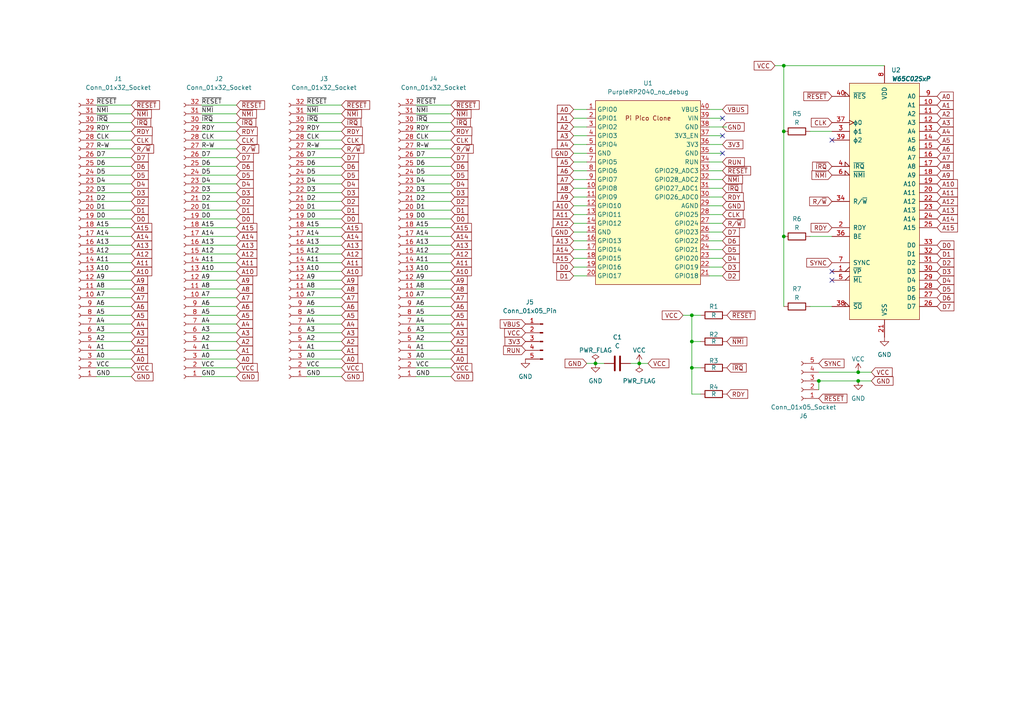
<source format=kicad_sch>
(kicad_sch (version 20230121) (generator eeschema)
  (paper "A4")
  (lib_symbols
    (symbol "65xx:W65C02SxP" (pin_names (offset 1.016))
      (property "Reference" "U" (at -10.16 35.56 0))
      (property "Value" "W65C02SxP" (at 0 0 90))
      (symbol "W65C02SxP_1_1"
        (pin output output_low (at -15.24 -20.32 0) (length 5.08) (name "~{VP}") (number "1"))
        (pin tri_state line (at 15.24 27.94 180) (length 5.08) (name "A1") (number "10"))
        (pin tri_state line (at 15.24 25.4 180) (length 5.08) (name "A2") (number "11"))
        (pin tri_state line (at 15.24 22.86 180) (length 5.08) (name "A3") (number "12"))
        (pin tri_state line (at 15.24 20.32 180) (length 5.08) (name "A4") (number "13"))
        (pin tri_state line (at 15.24 17.78 180) (length 5.08) (name "A5") (number "14"))
        (pin tri_state line (at 15.24 15.24 180) (length 5.08) (name "A6") (number "15"))
        (pin tri_state line (at 15.24 12.7 180) (length 5.08) (name "A7") (number "16"))
        (pin tri_state line (at 15.24 10.16 180) (length 5.08) (name "A8") (number "17"))
        (pin tri_state line (at 15.24 7.62 180) (length 5.08) (name "A9") (number "18"))
        (pin tri_state line (at 15.24 5.08 180) (length 5.08) (name "A10") (number "19"))
        (pin open_collector line (at -15.24 -7.62 0) (length 5.08) (name "RDY") (number "2"))
        (pin tri_state line (at 15.24 2.54 180) (length 5.08) (name "A11") (number "20"))
        (pin power_in line (at 0 -39.37 90) (length 5.08) (name "VSS") (number "21"))
        (pin tri_state line (at 15.24 0 180) (length 5.08) (name "A12") (number "22"))
        (pin tri_state line (at 15.24 -2.54 180) (length 5.08) (name "A13") (number "23"))
        (pin tri_state line (at 15.24 -5.08 180) (length 5.08) (name "A14") (number "24"))
        (pin tri_state line (at 15.24 -7.62 180) (length 5.08) (name "A15") (number "25"))
        (pin bidirectional line (at 15.24 -30.48 180) (length 5.08) (name "D7") (number "26"))
        (pin bidirectional line (at 15.24 -27.94 180) (length 5.08) (name "D6") (number "27"))
        (pin bidirectional line (at 15.24 -25.4 180) (length 5.08) (name "D5") (number "28"))
        (pin bidirectional line (at 15.24 -22.86 180) (length 5.08) (name "D4") (number "29"))
        (pin output line (at -15.24 20.32 0) (length 5.08) (name "ϕ1") (number "3"))
        (pin bidirectional line (at 15.24 -20.32 180) (length 5.08) (name "D3") (number "30"))
        (pin bidirectional line (at 15.24 -17.78 180) (length 5.08) (name "D2") (number "31"))
        (pin bidirectional line (at 15.24 -15.24 180) (length 5.08) (name "D1") (number "32"))
        (pin bidirectional line (at 15.24 -12.7 180) (length 5.08) (name "D0") (number "33"))
        (pin tri_state line (at -15.24 0 0) (length 5.08) (name "R/~{W}") (number "34"))
        (pin no_connect non_logic (at -10.16 -27.94 0) (length 2.54) hide (name "nc") (number "35"))
        (pin input line (at -15.24 -10.16 0) (length 5.08) (name "BE") (number "36"))
        (pin input clock (at -15.24 22.86 0) (length 5.08) (name "ϕ0") (number "37"))
        (pin input input_low (at -15.24 -30.48 0) (length 5.08) (name "~{SO}") (number "38"))
        (pin output line (at -15.24 17.78 0) (length 5.08) (name "ϕ2") (number "39"))
        (pin input input_low (at -15.24 10.16 0) (length 5.08) (name "~{IRQ}") (number "4"))
        (pin input input_low (at -15.24 30.48 0) (length 5.08) (name "~{RES}") (number "40"))
        (pin output output_low (at -15.24 -22.86 0) (length 5.08) (name "~{ML}") (number "5"))
        (pin input input_low (at -15.24 7.62 0) (length 5.08) (name "~{NMI}") (number "6"))
        (pin output line (at -15.24 -17.78 0) (length 5.08) (name "SYNC") (number "7"))
        (pin power_in line (at 0 39.37 270) (length 5.08) (name "VDD") (number "8"))
        (pin tri_state line (at 15.24 30.48 180) (length 5.08) (name "A0") (number "9"))
      )
    )
    (symbol "Connector:Conn_01x05_Pin" (pin_names (offset 1.016) hide)
      (property "Reference" "J" (at 0 7.62 0))
      (property "Value" "Conn_01x05_Pin" (at 0 -7.62 0))
      (symbol "Conn_01x05_Pin_1_1"
        (pin passive line (at 5.08 5.08 180) (length 3.81) (name "Pin_1") (number "1"))
        (pin passive line (at 5.08 2.54 180) (length 3.81) (name "Pin_2") (number "2"))
        (pin passive line (at 5.08 0 180) (length 3.81) (name "Pin_3") (number "3"))
        (pin passive line (at 5.08 -2.54 180) (length 3.81) (name "Pin_4") (number "4"))
        (pin passive line (at 5.08 -5.08 180) (length 3.81) (name "Pin_5") (number "5"))
      )
    )
    (symbol "Connector:Conn_01x05_Socket" (pin_names (offset 1.016) hide)
      (property "Reference" "J" (at 0 7.62 0))
      (property "Value" "Conn_01x05_Socket" (at 0 -7.62 0))
      (symbol "Conn_01x05_Socket_1_1"
        (pin passive line (at -5.08 5.08 0) (length 3.81) (name "Pin_1") (number "1"))
        (pin passive line (at -5.08 2.54 0) (length 3.81) (name "Pin_2") (number "2"))
        (pin passive line (at -5.08 0 0) (length 3.81) (name "Pin_3") (number "3"))
        (pin passive line (at -5.08 -2.54 0) (length 3.81) (name "Pin_4") (number "4"))
        (pin passive line (at -5.08 -5.08 0) (length 3.81) (name "Pin_5") (number "5"))
      )
    )
    (symbol "Connector:Conn_01x32_Socket" (pin_names (offset 1.016) hide)
      (property "Reference" "J" (at 0 40.64 0))
      (property "Value" "Conn_01x32_Socket" (at 0 -43.18 0))
      (symbol "Conn_01x32_Socket_1_1"
        (pin passive line (at -5.08 38.1 0) (length 3.81) (name "Pin_1") (number "1"))
        (pin passive line (at -5.08 15.24 0) (length 3.81) (name "Pin_10") (number "10"))
        (pin passive line (at -5.08 12.7 0) (length 3.81) (name "Pin_11") (number "11"))
        (pin passive line (at -5.08 10.16 0) (length 3.81) (name "Pin_12") (number "12"))
        (pin passive line (at -5.08 7.62 0) (length 3.81) (name "Pin_13") (number "13"))
        (pin passive line (at -5.08 5.08 0) (length 3.81) (name "Pin_14") (number "14"))
        (pin passive line (at -5.08 2.54 0) (length 3.81) (name "Pin_15") (number "15"))
        (pin passive line (at -5.08 0 0) (length 3.81) (name "Pin_16") (number "16"))
        (pin passive line (at -5.08 -2.54 0) (length 3.81) (name "Pin_17") (number "17"))
        (pin passive line (at -5.08 -5.08 0) (length 3.81) (name "Pin_18") (number "18"))
        (pin passive line (at -5.08 -7.62 0) (length 3.81) (name "Pin_19") (number "19"))
        (pin passive line (at -5.08 35.56 0) (length 3.81) (name "Pin_2") (number "2"))
        (pin passive line (at -5.08 -10.16 0) (length 3.81) (name "Pin_20") (number "20"))
        (pin passive line (at -5.08 -12.7 0) (length 3.81) (name "Pin_21") (number "21"))
        (pin passive line (at -5.08 -15.24 0) (length 3.81) (name "Pin_22") (number "22"))
        (pin passive line (at -5.08 -17.78 0) (length 3.81) (name "Pin_23") (number "23"))
        (pin passive line (at -5.08 -20.32 0) (length 3.81) (name "Pin_24") (number "24"))
        (pin passive line (at -5.08 -22.86 0) (length 3.81) (name "Pin_25") (number "25"))
        (pin passive line (at -5.08 -25.4 0) (length 3.81) (name "Pin_26") (number "26"))
        (pin passive line (at -5.08 -27.94 0) (length 3.81) (name "Pin_27") (number "27"))
        (pin passive line (at -5.08 -30.48 0) (length 3.81) (name "Pin_28") (number "28"))
        (pin passive line (at -5.08 -33.02 0) (length 3.81) (name "Pin_29") (number "29"))
        (pin passive line (at -5.08 33.02 0) (length 3.81) (name "Pin_3") (number "3"))
        (pin passive line (at -5.08 -35.56 0) (length 3.81) (name "Pin_30") (number "30"))
        (pin passive line (at -5.08 -38.1 0) (length 3.81) (name "Pin_31") (number "31"))
        (pin passive line (at -5.08 -40.64 0) (length 3.81) (name "Pin_32") (number "32"))
        (pin passive line (at -5.08 30.48 0) (length 3.81) (name "Pin_4") (number "4"))
        (pin passive line (at -5.08 27.94 0) (length 3.81) (name "Pin_5") (number "5"))
        (pin passive line (at -5.08 25.4 0) (length 3.81) (name "Pin_6") (number "6"))
        (pin passive line (at -5.08 22.86 0) (length 3.81) (name "Pin_7") (number "7"))
        (pin passive line (at -5.08 20.32 0) (length 3.81) (name "Pin_8") (number "8"))
        (pin passive line (at -5.08 17.78 0) (length 3.81) (name "Pin_9") (number "9"))
      )
    )
    (symbol "Device:C" (pin_numbers hide) (pin_names (offset 0.254))
      (property "Reference" "C" (at 0.635 2.54 0))
      (property "Value" "C" (at 0.635 -2.54 0))
      (symbol "C_1_1"
        (pin passive line (at 0 3.81 270) (length 2.794) (name "~") (number "1"))
        (pin passive line (at 0 -3.81 90) (length 2.794) (name "~") (number "2"))
      )
    )
    (symbol "Device:R" (pin_numbers hide) (pin_names (offset 0))
      (property "Reference" "R" (at 2.032 0 90))
      (property "Value" "R" (at 0 0 90))
      (symbol "R_1_1"
        (pin passive line (at 0 3.81 270) (length 1.27) (name "~") (number "1"))
        (pin passive line (at 0 -3.81 90) (length 1.27) (name "~") (number "2"))
      )
    )
    (symbol "MCU_RaspberryPi_and_Boards:PurpleRP2040_no_debug"
      (property "Reference" "U" (at -13.97 27.94 0))
      (property "Value" "PurpleRP2040_no_debug" (at 0 19.05 0))
      (symbol "PurpleRP2040_no_debug_1_0"
        (text "Pi Pico Clone" (at 0 21.59 0) (effects (font (size 1.27 1.27))))
      )
      (symbol "PurpleRP2040_no_debug_1_1"
        (pin bidirectional line (at -17.78 24.13 0) (length 2.54) (name "GPIO0") (number "1"))
        (pin bidirectional line (at -17.78 1.27 0) (length 2.54) (name "GPIO8") (number "10"))
        (pin bidirectional line (at -17.78 -1.27 0) (length 2.54) (name "GPIO9") (number "11"))
        (pin bidirectional line (at -17.78 -3.81 0) (length 2.54) (name "GPIO10") (number "12"))
        (pin bidirectional line (at -17.78 -6.35 0) (length 2.54) (name "GPIO11") (number "13"))
        (pin bidirectional line (at -17.78 -8.89 0) (length 2.54) (name "GPIO12") (number "14"))
        (pin power_in line (at -17.78 -11.43 0) (length 2.54) (name "GND") (number "15"))
        (pin bidirectional line (at -17.78 -13.97 0) (length 2.54) (name "GPIO13") (number "16"))
        (pin bidirectional line (at -17.78 -16.51 0) (length 2.54) (name "GPIO14") (number "17"))
        (pin bidirectional line (at -17.78 -19.05 0) (length 2.54) (name "GPIO15") (number "18"))
        (pin bidirectional line (at -17.78 -21.59 0) (length 2.54) (name "GPIO16") (number "19"))
        (pin bidirectional line (at -17.78 21.59 0) (length 2.54) (name "GPIO1") (number "2"))
        (pin bidirectional line (at -17.78 -24.13 0) (length 2.54) (name "GPIO17") (number "20"))
        (pin bidirectional line (at 17.78 -24.13 180) (length 2.54) (name "GPIO18") (number "21"))
        (pin bidirectional line (at 17.78 -21.59 180) (length 2.54) (name "GPIO19") (number "22"))
        (pin bidirectional line (at 17.78 -19.05 180) (length 2.54) (name "GPIO20") (number "23"))
        (pin bidirectional line (at 17.78 -16.51 180) (length 2.54) (name "GPIO21") (number "24"))
        (pin bidirectional line (at 17.78 -13.97 180) (length 2.54) (name "GPIO22") (number "25"))
        (pin bidirectional line (at 17.78 -11.43 180) (length 2.54) (name "GPIO23") (number "26"))
        (pin bidirectional line (at 17.78 -8.89 180) (length 2.54) (name "GPIO24") (number "27"))
        (pin bidirectional line (at 17.78 -6.35 180) (length 2.54) (name "GPIO25") (number "28"))
        (pin power_in line (at 17.78 -3.81 180) (length 2.54) (name "AGND") (number "29"))
        (pin bidirectional line (at -17.78 19.05 0) (length 2.54) (name "GPIO2") (number "3"))
        (pin bidirectional line (at 17.78 -1.27 180) (length 2.54) (name "GPIO26_ADC0") (number "30"))
        (pin bidirectional line (at 17.78 1.27 180) (length 2.54) (name "GPIO27_ADC1") (number "31"))
        (pin bidirectional line (at 17.78 3.81 180) (length 2.54) (name "GPIO28_ADC2") (number "32"))
        (pin bidirectional line (at 17.78 6.35 180) (length 2.54) (name "GPIO29_ADC3") (number "33"))
        (pin input line (at 17.78 8.89 180) (length 2.54) (name "RUN") (number "34"))
        (pin power_in line (at 17.78 11.43 180) (length 2.54) (name "GND") (number "35"))
        (pin power_in line (at 17.78 13.97 180) (length 2.54) (name "3V3") (number "36"))
        (pin input line (at 17.78 16.51 180) (length 2.54) (name "3V3_EN") (number "37"))
        (pin power_in line (at 17.78 19.05 180) (length 2.54) (name "GND") (number "38"))
        (pin power_in line (at 17.78 21.59 180) (length 2.54) (name "VIN") (number "39"))
        (pin bidirectional line (at -17.78 16.51 0) (length 2.54) (name "GPIO3") (number "4"))
        (pin power_in line (at 17.78 24.13 180) (length 2.54) (name "VBUS") (number "40"))
        (pin bidirectional line (at -17.78 13.97 0) (length 2.54) (name "GPIO4") (number "5"))
        (pin power_in line (at -17.78 11.43 0) (length 2.54) (name "GND") (number "6"))
        (pin bidirectional line (at -17.78 8.89 0) (length 2.54) (name "GPIO5") (number "7"))
        (pin bidirectional line (at -17.78 6.35 0) (length 2.54) (name "GPIO6") (number "8"))
        (pin bidirectional line (at -17.78 3.81 0) (length 2.54) (name "GPIO7") (number "9"))
      )
    )
    (symbol "power:GND" (power) (pin_names (offset 0))
      (property "Value" "GND" (at 0 -3.81 0))
      (symbol "GND_1_1"
        (pin power_in line (at 0 0 270) (length 0) hide (name "GND") (number "1"))
      )
    )
    (symbol "power:PWR_FLAG" (power) (pin_numbers hide) (pin_names (offset 0) hide)
      (property "Value" "PWR_FLAG" (at 0 3.81 0))
      (symbol "PWR_FLAG_0_0"
        (pin power_out line (at 0 0 90) (length 0) (name "pwr") (number "1"))
      )
    )
    (symbol "power:VCC" (power) (pin_names (offset 0))
      (property "Value" "VCC" (at 0 3.81 0))
      (symbol "VCC_1_1"
        (pin power_in line (at 0 0 90) (length 0) hide (name "VCC") (number "1"))
      )
    )
  )
  (junction (at 248.92 110.49))
  (junction (at 172.72 105.41))
  (junction (at 185.42 105.41))
  (junction (at 227.33 68.58))
  (junction (at 200.66 99.06))
  (junction (at 200.66 106.68))
  (junction (at 248.92 107.95))
  (junction (at 200.66 91.44))
  (junction (at 237.49 110.49))
  (junction (at 227.33 19.05))
  (junction (at 227.33 38.1))
  (no_connect (at 241.3 78.74))
  (no_connect (at 241.3 81.28))
  (no_connect (at 209.55 44.45))
  (no_connect (at 241.3 40.64))
  (no_connect (at 209.55 34.29))
  (no_connect (at 209.55 39.37))
  (wire (pts (xy 27.94 35.56) (xy 38.1 35.56)))
  (wire (pts (xy 27.94 104.14) (xy 38.1 104.14)))
  (wire (pts (xy 88.9 93.98) (xy 99.06 93.98)))
  (wire (pts (xy 166.37 64.77) (xy 170.18 64.77)))
  (wire (pts (xy 27.94 50.8) (xy 38.1 50.8)))
  (wire (pts (xy 205.74 31.75) (xy 209.55 31.75)))
  (wire (pts (xy 27.94 48.26) (xy 38.1 48.26)))
  (wire (pts (xy 58.42 66.04) (xy 68.58 66.04)))
  (wire (pts (xy 166.37 72.39) (xy 170.18 72.39)))
  (wire (pts (xy 27.94 76.2) (xy 38.1 76.2)))
  (wire (pts (xy 200.66 99.06) (xy 203.2 99.06)))
  (wire (pts (xy 120.65 53.34) (xy 130.81 53.34)))
  (wire (pts (xy 88.9 63.5) (xy 99.06 63.5)))
  (wire (pts (xy 234.95 38.1) (xy 241.3 38.1)))
  (wire (pts (xy 120.65 35.56) (xy 130.81 35.56)))
  (wire (pts (xy 200.66 106.68) (xy 200.66 114.3)))
  (wire (pts (xy 166.37 69.85) (xy 170.18 69.85)))
  (wire (pts (xy 58.42 43.18) (xy 68.58 43.18)))
  (wire (pts (xy 237.49 110.49) (xy 248.92 110.49)))
  (wire (pts (xy 120.65 30.48) (xy 130.81 30.48)))
  (wire (pts (xy 120.65 96.52) (xy 130.81 96.52)))
  (wire (pts (xy 205.74 57.15) (xy 209.55 57.15)))
  (wire (pts (xy 166.37 54.61) (xy 170.18 54.61)))
  (wire (pts (xy 120.65 63.5) (xy 130.81 63.5)))
  (wire (pts (xy 88.9 33.02) (xy 99.06 33.02)))
  (wire (pts (xy 27.94 63.5) (xy 38.1 63.5)))
  (wire (pts (xy 88.9 45.72) (xy 99.06 45.72)))
  (wire (pts (xy 88.9 53.34) (xy 99.06 53.34)))
  (wire (pts (xy 166.37 62.23) (xy 170.18 62.23)))
  (wire (pts (xy 27.94 58.42) (xy 38.1 58.42)))
  (wire (pts (xy 120.65 93.98) (xy 130.81 93.98)))
  (wire (pts (xy 166.37 52.07) (xy 170.18 52.07)))
  (wire (pts (xy 120.65 33.02) (xy 130.81 33.02)))
  (wire (pts (xy 27.94 68.58) (xy 38.1 68.58)))
  (wire (pts (xy 120.65 73.66) (xy 130.81 73.66)))
  (wire (pts (xy 27.94 83.82) (xy 38.1 83.82)))
  (wire (pts (xy 58.42 30.48) (xy 68.58 30.48)))
  (wire (pts (xy 58.42 45.72) (xy 68.58 45.72)))
  (wire (pts (xy 27.94 43.18) (xy 38.1 43.18)))
  (wire (pts (xy 205.74 36.83) (xy 210.82 36.83)))
  (wire (pts (xy 88.9 106.68) (xy 99.06 106.68)))
  (wire (pts (xy 58.42 60.96) (xy 68.58 60.96)))
  (wire (pts (xy 166.37 59.69) (xy 170.18 59.69)))
  (wire (pts (xy 120.65 76.2) (xy 130.81 76.2)))
  (wire (pts (xy 88.9 101.6) (xy 99.06 101.6)))
  (wire (pts (xy 27.94 60.96) (xy 38.1 60.96)))
  (wire (pts (xy 227.33 19.05) (xy 227.33 38.1)))
  (wire (pts (xy 205.74 59.69) (xy 209.55 59.69)))
  (wire (pts (xy 58.42 76.2) (xy 68.58 76.2)))
  (wire (pts (xy 120.65 45.72) (xy 130.81 45.72)))
  (wire (pts (xy 27.94 40.64) (xy 38.1 40.64)))
  (wire (pts (xy 120.65 104.14) (xy 130.81 104.14)))
  (wire (pts (xy 88.9 96.52) (xy 99.06 96.52)))
  (wire (pts (xy 88.9 38.1) (xy 99.06 38.1)))
  (wire (pts (xy 205.74 77.47) (xy 209.55 77.47)))
  (wire (pts (xy 120.65 109.22) (xy 130.81 109.22)))
  (wire (pts (xy 88.9 88.9) (xy 99.06 88.9)))
  (wire (pts (xy 27.94 66.04) (xy 38.1 66.04)))
  (wire (pts (xy 120.65 101.6) (xy 130.81 101.6)))
  (wire (pts (xy 88.9 91.44) (xy 99.06 91.44)))
  (wire (pts (xy 166.37 36.83) (xy 170.18 36.83)))
  (wire (pts (xy 58.42 101.6) (xy 68.58 101.6)))
  (wire (pts (xy 27.94 96.52) (xy 38.1 96.52)))
  (wire (pts (xy 88.9 48.26) (xy 99.06 48.26)))
  (wire (pts (xy 166.37 34.29) (xy 170.18 34.29)))
  (wire (pts (xy 58.42 106.68) (xy 68.58 106.68)))
  (wire (pts (xy 88.9 68.58) (xy 99.06 68.58)))
  (wire (pts (xy 120.65 66.04) (xy 130.81 66.04)))
  (wire (pts (xy 88.9 43.18) (xy 99.06 43.18)))
  (wire (pts (xy 58.42 109.22) (xy 68.58 109.22)))
  (wire (pts (xy 166.37 46.99) (xy 170.18 46.99)))
  (wire (pts (xy 205.74 34.29) (xy 209.55 34.29)))
  (wire (pts (xy 248.92 107.95) (xy 252.73 107.95)))
  (wire (pts (xy 58.42 38.1) (xy 68.58 38.1)))
  (wire (pts (xy 58.42 50.8) (xy 68.58 50.8)))
  (wire (pts (xy 120.65 83.82) (xy 130.81 83.82)))
  (wire (pts (xy 205.74 46.99) (xy 209.55 46.99)))
  (wire (pts (xy 58.42 99.06) (xy 68.58 99.06)))
  (wire (pts (xy 166.37 80.01) (xy 170.18 80.01)))
  (wire (pts (xy 227.33 68.58) (xy 227.33 88.9)))
  (wire (pts (xy 166.37 39.37) (xy 170.18 39.37)))
  (wire (pts (xy 120.65 38.1) (xy 130.81 38.1)))
  (wire (pts (xy 58.42 33.02) (xy 68.58 33.02)))
  (wire (pts (xy 166.37 41.91) (xy 170.18 41.91)))
  (wire (pts (xy 227.33 38.1) (xy 227.33 68.58)))
  (wire (pts (xy 27.94 106.68) (xy 38.1 106.68)))
  (wire (pts (xy 205.74 54.61) (xy 209.55 54.61)))
  (wire (pts (xy 58.42 86.36) (xy 68.58 86.36)))
  (wire (pts (xy 120.65 48.26) (xy 130.81 48.26)))
  (wire (pts (xy 88.9 55.88) (xy 99.06 55.88)))
  (wire (pts (xy 172.72 105.41) (xy 175.26 105.41)))
  (wire (pts (xy 58.42 73.66) (xy 68.58 73.66)))
  (wire (pts (xy 120.65 68.58) (xy 130.81 68.58)))
  (wire (pts (xy 120.65 55.88) (xy 130.81 55.88)))
  (wire (pts (xy 205.74 69.85) (xy 209.55 69.85)))
  (wire (pts (xy 58.42 88.9) (xy 68.58 88.9)))
  (wire (pts (xy 88.9 30.48) (xy 99.06 30.48)))
  (wire (pts (xy 88.9 60.96) (xy 99.06 60.96)))
  (wire (pts (xy 27.94 93.98) (xy 38.1 93.98)))
  (wire (pts (xy 58.42 96.52) (xy 68.58 96.52)))
  (wire (pts (xy 205.74 67.31) (xy 209.55 67.31)))
  (wire (pts (xy 205.74 74.93) (xy 209.55 74.93)))
  (wire (pts (xy 27.94 55.88) (xy 38.1 55.88)))
  (wire (pts (xy 227.33 19.05) (xy 256.54 19.05)))
  (wire (pts (xy 58.42 40.64) (xy 68.58 40.64)))
  (wire (pts (xy 27.94 99.06) (xy 38.1 99.06)))
  (wire (pts (xy 88.9 58.42) (xy 99.06 58.42)))
  (wire (pts (xy 88.9 78.74) (xy 99.06 78.74)))
  (wire (pts (xy 205.74 44.45) (xy 209.55 44.45)))
  (wire (pts (xy 166.37 44.45) (xy 170.18 44.45)))
  (wire (pts (xy 88.9 35.56) (xy 99.06 35.56)))
  (wire (pts (xy 120.65 81.28) (xy 130.81 81.28)))
  (wire (pts (xy 205.74 41.91) (xy 209.55 41.91)))
  (wire (pts (xy 120.65 78.74) (xy 130.81 78.74)))
  (wire (pts (xy 88.9 71.12) (xy 99.06 71.12)))
  (wire (pts (xy 120.65 40.64) (xy 130.81 40.64)))
  (wire (pts (xy 205.74 62.23) (xy 209.55 62.23)))
  (wire (pts (xy 170.18 105.41) (xy 172.72 105.41)))
  (wire (pts (xy 205.74 52.07) (xy 209.55 52.07)))
  (wire (pts (xy 27.94 38.1) (xy 38.1 38.1)))
  (wire (pts (xy 200.66 114.3) (xy 203.2 114.3)))
  (wire (pts (xy 58.42 63.5) (xy 68.58 63.5)))
  (wire (pts (xy 200.66 91.44) (xy 203.2 91.44)))
  (wire (pts (xy 27.94 33.02) (xy 38.1 33.02)))
  (wire (pts (xy 27.94 81.28) (xy 38.1 81.28)))
  (wire (pts (xy 58.42 68.58) (xy 68.58 68.58)))
  (wire (pts (xy 166.37 49.53) (xy 170.18 49.53)))
  (wire (pts (xy 120.65 43.18) (xy 130.81 43.18)))
  (wire (pts (xy 58.42 78.74) (xy 68.58 78.74)))
  (wire (pts (xy 200.66 91.44) (xy 200.66 99.06)))
  (wire (pts (xy 88.9 99.06) (xy 99.06 99.06)))
  (wire (pts (xy 200.66 99.06) (xy 200.66 106.68)))
  (wire (pts (xy 27.94 86.36) (xy 38.1 86.36)))
  (wire (pts (xy 27.94 101.6) (xy 38.1 101.6)))
  (wire (pts (xy 27.94 45.72) (xy 38.1 45.72)))
  (wire (pts (xy 88.9 40.64) (xy 99.06 40.64)))
  (wire (pts (xy 27.94 109.22) (xy 38.1 109.22)))
  (wire (pts (xy 88.9 86.36) (xy 99.06 86.36)))
  (wire (pts (xy 58.42 93.98) (xy 68.58 93.98)))
  (wire (pts (xy 88.9 109.22) (xy 99.06 109.22)))
  (wire (pts (xy 120.65 58.42) (xy 130.81 58.42)))
  (wire (pts (xy 182.88 105.41) (xy 185.42 105.41)))
  (wire (pts (xy 185.42 105.41) (xy 187.96 105.41)))
  (wire (pts (xy 205.74 80.01) (xy 209.55 80.01)))
  (wire (pts (xy 88.9 81.28) (xy 99.06 81.28)))
  (wire (pts (xy 205.74 72.39) (xy 209.55 72.39)))
  (wire (pts (xy 205.74 64.77) (xy 209.55 64.77)))
  (wire (pts (xy 88.9 73.66) (xy 99.06 73.66)))
  (wire (pts (xy 205.74 39.37) (xy 209.55 39.37)))
  (wire (pts (xy 120.65 91.44) (xy 130.81 91.44)))
  (wire (pts (xy 120.65 60.96) (xy 130.81 60.96)))
  (wire (pts (xy 58.42 71.12) (xy 68.58 71.12)))
  (wire (pts (xy 120.65 50.8) (xy 130.81 50.8)))
  (wire (pts (xy 248.92 110.49) (xy 252.73 110.49)))
  (wire (pts (xy 166.37 77.47) (xy 170.18 77.47)))
  (wire (pts (xy 88.9 83.82) (xy 99.06 83.82)))
  (wire (pts (xy 166.37 31.75) (xy 170.18 31.75)))
  (wire (pts (xy 27.94 30.48) (xy 38.1 30.48)))
  (wire (pts (xy 58.42 91.44) (xy 68.58 91.44)))
  (wire (pts (xy 27.94 91.44) (xy 38.1 91.44)))
  (wire (pts (xy 120.65 86.36) (xy 130.81 86.36)))
  (wire (pts (xy 27.94 78.74) (xy 38.1 78.74)))
  (wire (pts (xy 58.42 48.26) (xy 68.58 48.26)))
  (wire (pts (xy 120.65 88.9) (xy 130.81 88.9)))
  (wire (pts (xy 58.42 55.88) (xy 68.58 55.88)))
  (wire (pts (xy 237.49 107.95) (xy 248.92 107.95)))
  (wire (pts (xy 58.42 35.56) (xy 68.58 35.56)))
  (wire (pts (xy 166.37 74.93) (xy 170.18 74.93)))
  (wire (pts (xy 88.9 50.8) (xy 99.06 50.8)))
  (wire (pts (xy 88.9 66.04) (xy 99.06 66.04)))
  (wire (pts (xy 120.65 106.68) (xy 130.81 106.68)))
  (wire (pts (xy 234.95 88.9) (xy 241.3 88.9)))
  (wire (pts (xy 120.65 99.06) (xy 130.81 99.06)))
  (wire (pts (xy 27.94 53.34) (xy 38.1 53.34)))
  (wire (pts (xy 237.49 110.49) (xy 237.49 113.03)))
  (wire (pts (xy 58.42 104.14) (xy 68.58 104.14)))
  (wire (pts (xy 88.9 76.2) (xy 99.06 76.2)))
  (wire (pts (xy 166.37 67.31) (xy 170.18 67.31)))
  (wire (pts (xy 166.37 57.15) (xy 170.18 57.15)))
  (wire (pts (xy 120.65 71.12) (xy 130.81 71.12)))
  (wire (pts (xy 88.9 104.14) (xy 99.06 104.14)))
  (wire (pts (xy 58.42 81.28) (xy 68.58 81.28)))
  (wire (pts (xy 27.94 73.66) (xy 38.1 73.66)))
  (wire (pts (xy 224.79 19.05) (xy 227.33 19.05)))
  (wire (pts (xy 58.42 83.82) (xy 68.58 83.82)))
  (wire (pts (xy 58.42 53.34) (xy 68.58 53.34)))
  (wire (pts (xy 198.12 91.44) (xy 200.66 91.44)))
  (wire (pts (xy 27.94 88.9) (xy 38.1 88.9)))
  (wire (pts (xy 27.94 71.12) (xy 38.1 71.12)))
  (wire (pts (xy 58.42 58.42) (xy 68.58 58.42)))
  (wire (pts (xy 200.66 106.68) (xy 203.2 106.68)))
  (wire (pts (xy 205.74 49.53) (xy 209.55 49.53)))
  (wire (pts (xy 234.95 68.58) (xy 241.3 68.58)))
  (label "~{RESET}" (at 27.94 30.48 0))
  (label "GND" (at 27.94 109.22 0))
  (label "VCC" (at 88.9 106.68 0))
  (label "A3" (at 120.65 96.52 0))
  (label "A13" (at 27.94 71.12 0))
  (label "D4" (at 58.42 53.34 0))
  (label "A12" (at 27.94 73.66 0))
  (label "~{NMI}" (at 120.65 33.02 0))
  (label "D4" (at 27.94 53.34 0))
  (label "D1" (at 120.65 60.96 0))
  (label "D0" (at 27.94 63.5 0))
  (label "RDY" (at 58.42 38.1 0))
  (label "A1" (at 58.42 101.6 0))
  (label "A6" (at 120.65 88.9 0))
  (label "A5" (at 27.94 91.44 0))
  (label "A5" (at 58.42 91.44 0))
  (label "A11" (at 58.42 76.2 0))
  (label "D5" (at 27.94 50.8 0))
  (label "A5" (at 120.65 91.44 0))
  (label "A8" (at 58.42 83.82 0))
  (label "~{RESET}" (at 120.65 30.48 0))
  (label "D2" (at 27.94 58.42 0))
  (label "D0" (at 58.42 63.5 0))
  (label "A0" (at 88.9 104.14 0))
  (label "A3" (at 88.9 96.52 0))
  (label "A3" (at 58.42 96.52 0))
  (label "D3" (at 27.94 55.88 0))
  (label "A11" (at 120.65 76.2 0))
  (label "A0" (at 120.65 104.14 0))
  (label "A7" (at 120.65 86.36 0))
  (label "~{IRQ}" (at 27.94 35.56 0))
  (label "A8" (at 27.94 83.82 0))
  (label "A14" (at 27.94 68.58 0))
  (label "D6" (at 27.94 48.26 0))
  (label "D7" (at 120.65 45.72 0))
  (label "~{IRQ}" (at 120.65 35.56 0))
  (label "A8" (at 88.9 83.82 0))
  (label "D2" (at 58.42 58.42 0))
  (label "D7" (at 27.94 45.72 0))
  (label "GND" (at 88.9 109.22 0))
  (label "A15" (at 58.42 66.04 0))
  (label "D5" (at 58.42 50.8 0))
  (label "D1" (at 27.94 60.96 0))
  (label "D2" (at 88.9 58.42 0))
  (label "A11" (at 27.94 76.2 0))
  (label "D5" (at 88.9 50.8 0))
  (label "~{IRQ}" (at 88.9 35.56 0))
  (label "D7" (at 88.9 45.72 0))
  (label "D6" (at 120.65 48.26 0))
  (label "A14" (at 58.42 68.58 0))
  (label "D6" (at 58.42 48.26 0))
  (label "A15" (at 27.94 66.04 0))
  (label "R~W" (at 27.94 43.18 0))
  (label "A9" (at 58.42 81.28 0))
  (label "A10" (at 27.94 78.74 0))
  (label "A8" (at 120.65 83.82 0))
  (label "D0" (at 120.65 63.5 0))
  (label "~{IRQ}" (at 58.42 35.56 0))
  (label "RDY" (at 27.94 38.1 0))
  (label "A7" (at 88.9 86.36 0))
  (label "VCC" (at 27.94 106.68 0))
  (label "A1" (at 27.94 101.6 0))
  (label "A13" (at 58.42 71.12 0))
  (label "A14" (at 120.65 68.58 0))
  (label "A12" (at 58.42 73.66 0))
  (label "~{NMI}" (at 88.9 33.02 0))
  (label "~{NMI}" (at 58.42 33.02 0))
  (label "D5" (at 120.65 50.8 0))
  (label "~{RESET}" (at 88.9 30.48 0))
  (label "D6" (at 88.9 48.26 0))
  (label "D3" (at 88.9 55.88 0))
  (label "D3" (at 58.42 55.88 0))
  (label "~{RESET}" (at 58.42 30.48 0))
  (label "D1" (at 88.9 60.96 0))
  (label "A11" (at 88.9 76.2 0))
  (label "D0" (at 88.9 63.5 0))
  (label "CLK" (at 120.65 40.64 0))
  (label "A10" (at 88.9 78.74 0))
  (label "A9" (at 88.9 81.28 0))
  (label "A3" (at 27.94 96.52 0))
  (label "R~W" (at 88.9 43.18 0))
  (label "A4" (at 58.42 93.98 0))
  (label "GND" (at 58.42 109.22 0))
  (label "CLK" (at 58.42 40.64 0))
  (label "A1" (at 88.9 101.6 0))
  (label "A6" (at 27.94 88.9 0))
  (label "A9" (at 27.94 81.28 0))
  (label "A10" (at 58.42 78.74 0))
  (label "CLK" (at 88.9 40.64 0))
  (label "A6" (at 88.9 88.9 0))
  (label "A12" (at 120.65 73.66 0))
  (label "A6" (at 58.42 88.9 0))
  (label "A13" (at 88.9 71.12 0))
  (label "A15" (at 120.65 66.04 0))
  (label "RDY" (at 88.9 38.1 0))
  (label "A2" (at 27.94 99.06 0))
  (label "A1" (at 120.65 101.6 0))
  (label "A4" (at 27.94 93.98 0))
  (label "A0" (at 27.94 104.14 0))
  (label "A12" (at 88.9 73.66 0))
  (label "A9" (at 120.65 81.28 0))
  (label "A13" (at 120.65 71.12 0))
  (label "D7" (at 58.42 45.72 0))
  (label "A5" (at 88.9 91.44 0))
  (label "R~W" (at 120.65 43.18 0))
  (label "D4" (at 120.65 53.34 0))
  (label "A2" (at 58.42 99.06 0))
  (label "A0" (at 58.42 104.14 0))
  (label "A10" (at 120.65 78.74 0))
  (label "RDY" (at 120.65 38.1 0))
  (label "A4" (at 88.9 93.98 0))
  (label "A14" (at 88.9 68.58 0))
  (label "D1" (at 58.42 60.96 0))
  (label "D2" (at 120.65 58.42 0))
  (label "~{NMI}" (at 27.94 33.02 0))
  (label "R~W" (at 58.42 43.18 0))
  (label "A4" (at 120.65 93.98 0))
  (label "A2" (at 88.9 99.06 0))
  (label "D4" (at 88.9 53.34 0))
  (label "A15" (at 88.9 66.04 0))
  (label "D3" (at 120.65 55.88 0))
  (label "CLK" (at 27.94 40.64 0))
  (label "A7" (at 58.42 86.36 0))
  (label "VCC" (at 120.65 106.68 0))
  (label "VCC" (at 58.42 106.68 0))
  (label "A2" (at 120.65 99.06 0))
  (label "GND" (at 120.65 109.22 0))
  (label "A7" (at 27.94 86.36 0))
  (global_label "A11" (shape input) (at 38.1 76.2 0) (property "Intersheetrefs" "${INTERSHEET_REFS}" (effects hide)))
  (global_label "~{NMI}" (shape input) (at 38.1 33.02 0) (property "Intersheetrefs" "${INTERSHEET_REFS}" (effects hide)))
  (global_label "A1" (shape input) (at 38.1 101.6 0) (property "Intersheetrefs" "${INTERSHEET_REFS}" (effects hide)))
  (global_label "~{IRQ}" (shape input) (at 130.81 35.56 0) (property "Intersheetrefs" "${INTERSHEET_REFS}" (effects hide)))
  (global_label "VCC" (shape input) (at 224.79 19.05 180) (property "Intersheetrefs" "${INTERSHEET_REFS}" (effects hide)))
  (global_label "A12" (shape input) (at 99.06 73.66 0) (property "Intersheetrefs" "${INTERSHEET_REFS}" (effects hide)))
  (global_label "RUN" (shape input) (at 209.55 46.99 0) (property "Intersheetrefs" "${INTERSHEET_REFS}" (effects hide)))
  (global_label "D7" (shape input) (at 99.06 45.72 0) (property "Intersheetrefs" "${INTERSHEET_REFS}" (effects hide)))
  (global_label "A11" (shape input) (at 68.58 76.2 0) (property "Intersheetrefs" "${INTERSHEET_REFS}" (effects hide)))
  (global_label "A15" (shape input) (at 99.06 66.04 0) (property "Intersheetrefs" "${INTERSHEET_REFS}" (effects hide)))
  (global_label "A9" (shape input) (at 38.1 81.28 0) (property "Intersheetrefs" "${INTERSHEET_REFS}" (effects hide)))
  (global_label "CLK" (shape input) (at 99.06 40.64 0) (property "Intersheetrefs" "${INTERSHEET_REFS}" (effects hide)))
  (global_label "A2" (shape input) (at 166.37 36.83 180) (property "Intersheetrefs" "${INTERSHEET_REFS}" (effects hide)))
  (global_label "SYNC" (shape input) (at 237.49 105.41 0) (property "Intersheetrefs" "${INTERSHEET_REFS}" (effects hide)))
  (global_label "D5" (shape input) (at 130.81 50.8 0) (property "Intersheetrefs" "${INTERSHEET_REFS}" (effects hide)))
  (global_label "RDY" (shape input) (at 68.58 38.1 0) (property "Intersheetrefs" "${INTERSHEET_REFS}" (effects hide)))
  (global_label "GND" (shape input) (at 252.73 110.49 0) (property "Intersheetrefs" "${INTERSHEET_REFS}" (effects hide)))
  (global_label "VCC" (shape input) (at 38.1 106.68 0) (property "Intersheetrefs" "${INTERSHEET_REFS}" (effects hide)))
  (global_label "RDY" (shape input) (at 130.81 38.1 0) (property "Intersheetrefs" "${INTERSHEET_REFS}" (effects hide)))
  (global_label "D0" (shape input) (at 166.37 77.47 180) (property "Intersheetrefs" "${INTERSHEET_REFS}" (effects hide)))
  (global_label "R{slash}~{W}" (shape input) (at 38.1 43.18 0) (property "Intersheetrefs" "${INTERSHEET_REFS}" (effects hide)))
  (global_label "~{IRQ}" (shape input) (at 68.58 35.56 0) (property "Intersheetrefs" "${INTERSHEET_REFS}" (effects hide)))
  (global_label "A7" (shape input) (at 166.37 52.07 180) (property "Intersheetrefs" "${INTERSHEET_REFS}" (effects hide)))
  (global_label "A13" (shape input) (at 38.1 71.12 0) (property "Intersheetrefs" "${INTERSHEET_REFS}" (effects hide)))
  (global_label "A12" (shape input) (at 166.37 64.77 180) (property "Intersheetrefs" "${INTERSHEET_REFS}" (effects hide)))
  (global_label "RUN" (shape input) (at 152.4 101.6 180) (property "Intersheetrefs" "${INTERSHEET_REFS}" (effects hide)))
  (global_label "R{slash}~{W}" (shape input) (at 68.58 43.18 0) (property "Intersheetrefs" "${INTERSHEET_REFS}" (effects hide)))
  (global_label "RDY" (shape input) (at 241.3 66.04 180) (property "Intersheetrefs" "${INTERSHEET_REFS}" (effects hide)))
  (global_label "D4" (shape input) (at 271.78 81.28 0) (property "Intersheetrefs" "${INTERSHEET_REFS}" (effects hide)))
  (global_label "GND" (shape input) (at 38.1 109.22 0) (property "Intersheetrefs" "${INTERSHEET_REFS}" (effects hide)))
  (global_label "A4" (shape input) (at 68.58 93.98 0) (property "Intersheetrefs" "${INTERSHEET_REFS}" (effects hide)))
  (global_label "A15" (shape input) (at 38.1 66.04 0) (property "Intersheetrefs" "${INTERSHEET_REFS}" (effects hide)))
  (global_label "~{NMI}" (shape input) (at 241.3 50.8 180) (property "Intersheetrefs" "${INTERSHEET_REFS}" (effects hide)))
  (global_label "A5" (shape input) (at 166.37 46.99 180) (property "Intersheetrefs" "${INTERSHEET_REFS}" (effects hide)))
  (global_label "VBUS" (shape input) (at 209.55 31.75 0) (property "Intersheetrefs" "${INTERSHEET_REFS}" (effects hide)))
  (global_label "~{NMI}" (shape input) (at 68.58 33.02 0) (property "Intersheetrefs" "${INTERSHEET_REFS}" (effects hide)))
  (global_label "D1" (shape input) (at 99.06 60.96 0) (property "Intersheetrefs" "${INTERSHEET_REFS}" (effects hide)))
  (global_label "A15" (shape input) (at 271.78 66.04 0) (property "Intersheetrefs" "${INTERSHEET_REFS}" (effects hide)))
  (global_label "RDY" (shape input) (at 209.55 57.15 0) (property "Intersheetrefs" "${INTERSHEET_REFS}" (effects hide)))
  (global_label "~{RESET}" (shape input) (at 99.06 30.48 0) (property "Intersheetrefs" "${INTERSHEET_REFS}" (effects hide)))
  (global_label "~{RESET}" (shape input) (at 237.49 115.57 0) (property "Intersheetrefs" "${INTERSHEET_REFS}" (effects hide)))
  (global_label "~{RESET}" (shape input) (at 38.1 30.48 0) (property "Intersheetrefs" "${INTERSHEET_REFS}" (effects hide)))
  (global_label "A1" (shape input) (at 68.58 101.6 0) (property "Intersheetrefs" "${INTERSHEET_REFS}" (effects hide)))
  (global_label "A4" (shape input) (at 271.78 38.1 0) (property "Intersheetrefs" "${INTERSHEET_REFS}" (effects hide)))
  (global_label "A1" (shape input) (at 166.37 34.29 180) (property "Intersheetrefs" "${INTERSHEET_REFS}" (effects hide)))
  (global_label "D0" (shape input) (at 99.06 63.5 0) (property "Intersheetrefs" "${INTERSHEET_REFS}" (effects hide)))
  (global_label "D0" (shape input) (at 38.1 63.5 0) (property "Intersheetrefs" "${INTERSHEET_REFS}" (effects hide)))
  (global_label "A3" (shape input) (at 130.81 96.52 0) (property "Intersheetrefs" "${INTERSHEET_REFS}" (effects hide)))
  (global_label "~{RESET}" (shape input) (at 130.81 30.48 0) (property "Intersheetrefs" "${INTERSHEET_REFS}" (effects hide)))
  (global_label "CLK" (shape input) (at 209.55 62.23 0) (property "Intersheetrefs" "${INTERSHEET_REFS}" (effects hide)))
  (global_label "A0" (shape input) (at 130.81 104.14 0) (property "Intersheetrefs" "${INTERSHEET_REFS}" (effects hide)))
  (global_label "A14" (shape input) (at 271.78 63.5 0) (property "Intersheetrefs" "${INTERSHEET_REFS}" (effects hide)))
  (global_label "A6" (shape input) (at 99.06 88.9 0) (property "Intersheetrefs" "${INTERSHEET_REFS}" (effects hide)))
  (global_label "A5" (shape input) (at 38.1 91.44 0) (property "Intersheetrefs" "${INTERSHEET_REFS}" (effects hide)))
  (global_label "D1" (shape input) (at 38.1 60.96 0) (property "Intersheetrefs" "${INTERSHEET_REFS}" (effects hide)))
  (global_label "~{IRQ}" (shape input) (at 38.1 35.56 0) (property "Intersheetrefs" "${INTERSHEET_REFS}" (effects hide)))
  (global_label "A0" (shape input) (at 68.58 104.14 0) (property "Intersheetrefs" "${INTERSHEET_REFS}" (effects hide)))
  (global_label "VCC" (shape input) (at 130.81 106.68 0) (property "Intersheetrefs" "${INTERSHEET_REFS}" (effects hide)))
  (global_label "A14" (shape input) (at 38.1 68.58 0) (property "Intersheetrefs" "${INTERSHEET_REFS}" (effects hide)))
  (global_label "A7" (shape input) (at 271.78 45.72 0) (property "Intersheetrefs" "${INTERSHEET_REFS}" (effects hide)))
  (global_label "D3" (shape input) (at 68.58 55.88 0) (property "Intersheetrefs" "${INTERSHEET_REFS}" (effects hide)))
  (global_label "A11" (shape input) (at 99.06 76.2 0) (property "Intersheetrefs" "${INTERSHEET_REFS}" (effects hide)))
  (global_label "D6" (shape input) (at 209.55 69.85 0) (property "Intersheetrefs" "${INTERSHEET_REFS}" (effects hide)))
  (global_label "A8" (shape input) (at 99.06 83.82 0) (property "Intersheetrefs" "${INTERSHEET_REFS}" (effects hide)))
  (global_label "A3" (shape input) (at 99.06 96.52 0) (property "Intersheetrefs" "${INTERSHEET_REFS}" (effects hide)))
  (global_label "A13" (shape input) (at 99.06 71.12 0) (property "Intersheetrefs" "${INTERSHEET_REFS}" (effects hide)))
  (global_label "VCC" (shape input) (at 68.58 106.68 0) (property "Intersheetrefs" "${INTERSHEET_REFS}" (effects hide)))
  (global_label "A6" (shape input) (at 68.58 88.9 0) (property "Intersheetrefs" "${INTERSHEET_REFS}" (effects hide)))
  (global_label "A9" (shape input) (at 271.78 50.8 0) (property "Intersheetrefs" "${INTERSHEET_REFS}" (effects hide)))
  (global_label "R{slash}~{W}" (shape input) (at 130.81 43.18 0) (property "Intersheetrefs" "${INTERSHEET_REFS}" (effects hide)))
  (global_label "VBUS" (shape input) (at 152.4 93.98 180) (property "Intersheetrefs" "${INTERSHEET_REFS}" (effects hide)))
  (global_label "D7" (shape input) (at 68.58 45.72 0) (property "Intersheetrefs" "${INTERSHEET_REFS}" (effects hide)))
  (global_label "A3" (shape input) (at 166.37 39.37 180) (property "Intersheetrefs" "${INTERSHEET_REFS}" (effects hide)))
  (global_label "A10" (shape input) (at 130.81 78.74 0) (property "Intersheetrefs" "${INTERSHEET_REFS}" (effects hide)))
  (global_label "D6" (shape input) (at 271.78 86.36 0) (property "Intersheetrefs" "${INTERSHEET_REFS}" (effects hide)))
  (global_label "D2" (shape input) (at 271.78 76.2 0) (property "Intersheetrefs" "${INTERSHEET_REFS}" (effects hide)))
  (global_label "D0" (shape input) (at 271.78 71.12 0) (property "Intersheetrefs" "${INTERSHEET_REFS}" (effects hide)))
  (global_label "RDY" (shape input) (at 99.06 38.1 0) (property "Intersheetrefs" "${INTERSHEET_REFS}" (effects hide)))
  (global_label "A6" (shape input) (at 166.37 49.53 180) (property "Intersheetrefs" "${INTERSHEET_REFS}" (effects hide)))
  (global_label "D5" (shape input) (at 209.55 72.39 0) (property "Intersheetrefs" "${INTERSHEET_REFS}" (effects hide)))
  (global_label "D4" (shape input) (at 38.1 53.34 0) (property "Intersheetrefs" "${INTERSHEET_REFS}" (effects hide)))
  (global_label "A14" (shape input) (at 99.06 68.58 0) (property "Intersheetrefs" "${INTERSHEET_REFS}" (effects hide)))
  (global_label "A14" (shape input) (at 130.81 68.58 0) (property "Intersheetrefs" "${INTERSHEET_REFS}" (effects hide)))
  (global_label "VCC" (shape input) (at 187.96 105.41 0) (property "Intersheetrefs" "${INTERSHEET_REFS}" (effects hide)))
  (global_label "A4" (shape input) (at 130.81 93.98 0) (property "Intersheetrefs" "${INTERSHEET_REFS}" (effects hide)))
  (global_label "D7" (shape input) (at 271.78 88.9 0) (property "Intersheetrefs" "${INTERSHEET_REFS}" (effects hide)))
  (global_label "D2" (shape input) (at 99.06 58.42 0) (property "Intersheetrefs" "${INTERSHEET_REFS}" (effects hide)))
  (global_label "D2" (shape input) (at 38.1 58.42 0) (property "Intersheetrefs" "${INTERSHEET_REFS}" (effects hide)))
  (global_label "A0" (shape input) (at 99.06 104.14 0) (property "Intersheetrefs" "${INTERSHEET_REFS}" (effects hide)))
  (global_label "SYNC" (shape input) (at 241.3 76.2 180) (property "Intersheetrefs" "${INTERSHEET_REFS}" (effects hide)))
  (global_label "A11" (shape input) (at 130.81 76.2 0) (property "Intersheetrefs" "${INTERSHEET_REFS}" (effects hide)))
  (global_label "D3" (shape input) (at 271.78 78.74 0) (property "Intersheetrefs" "${INTERSHEET_REFS}" (effects hide)))
  (global_label "A10" (shape input) (at 271.78 53.34 0) (property "Intersheetrefs" "${INTERSHEET_REFS}" (effects hide)))
  (global_label "~{IRQ}" (shape input) (at 241.3 48.26 180) (property "Intersheetrefs" "${INTERSHEET_REFS}" (effects hide)))
  (global_label "A5" (shape input) (at 130.81 91.44 0) (property "Intersheetrefs" "${INTERSHEET_REFS}" (effects hide)))
  (global_label "A12" (shape input) (at 38.1 73.66 0) (property "Intersheetrefs" "${INTERSHEET_REFS}" (effects hide)))
  (global_label "A2" (shape input) (at 68.58 99.06 0) (property "Intersheetrefs" "${INTERSHEET_REFS}" (effects hide)))
  (global_label "A2" (shape input) (at 130.81 99.06 0) (property "Intersheetrefs" "${INTERSHEET_REFS}" (effects hide)))
  (global_label "GND" (shape input) (at 170.18 105.41 180) (property "Intersheetrefs" "${INTERSHEET_REFS}" (effects hide)))
  (global_label "VCC" (shape input) (at 99.06 106.68 0) (property "Intersheetrefs" "${INTERSHEET_REFS}" (effects hide)))
  (global_label "A12" (shape input) (at 271.78 58.42 0) (property "Intersheetrefs" "${INTERSHEET_REFS}" (effects hide)))
  (global_label "A12" (shape input) (at 68.58 73.66 0) (property "Intersheetrefs" "${INTERSHEET_REFS}" (effects hide)))
  (global_label "GND" (shape input) (at 130.81 109.22 0) (property "Intersheetrefs" "${INTERSHEET_REFS}" (effects hide)))
  (global_label "A4" (shape input) (at 38.1 93.98 0) (property "Intersheetrefs" "${INTERSHEET_REFS}" (effects hide)))
  (global_label "A14" (shape input) (at 68.58 68.58 0) (property "Intersheetrefs" "${INTERSHEET_REFS}" (effects hide)))
  (global_label "GND" (shape input) (at 99.06 109.22 0) (property "Intersheetrefs" "${INTERSHEET_REFS}" (effects hide)))
  (global_label "A15" (shape input) (at 130.81 66.04 0) (property "Intersheetrefs" "${INTERSHEET_REFS}" (effects hide)))
  (global_label "A0" (shape input) (at 271.78 27.94 0) (property "Intersheetrefs" "${INTERSHEET_REFS}" (effects hide)))
  (global_label "D7" (shape input) (at 209.55 67.31 0) (property "Intersheetrefs" "${INTERSHEET_REFS}" (effects hide)))
  (global_label "GND" (shape input) (at 209.55 59.69 0) (property "Intersheetrefs" "${INTERSHEET_REFS}" (effects hide)))
  (global_label "RDY" (shape input) (at 210.82 114.3 0) (property "Intersheetrefs" "${INTERSHEET_REFS}" (effects hide)))
  (global_label "A8" (shape input) (at 166.37 54.61 180) (property "Intersheetrefs" "${INTERSHEET_REFS}" (effects hide)))
  (global_label "D2" (shape input) (at 68.58 58.42 0) (property "Intersheetrefs" "${INTERSHEET_REFS}" (effects hide)))
  (global_label "R{slash}~{W}" (shape input) (at 241.3 58.42 180) (property "Intersheetrefs" "${INTERSHEET_REFS}" (effects hide)))
  (global_label "VCC" (shape input) (at 252.73 107.95 0) (property "Intersheetrefs" "${INTERSHEET_REFS}" (effects hide)))
  (global_label "~{NMI}" (shape input) (at 210.82 99.06 0) (property "Intersheetrefs" "${INTERSHEET_REFS}" (effects hide)))
  (global_label "~{RESET}" (shape input) (at 209.55 49.53 0) (property "Intersheetrefs" "${INTERSHEET_REFS}" (effects hide)))
  (global_label "A0" (shape input) (at 166.37 31.75 180) (property "Intersheetrefs" "${INTERSHEET_REFS}" (effects hide)))
  (global_label "A8" (shape input) (at 38.1 83.82 0) (property "Intersheetrefs" "${INTERSHEET_REFS}" (effects hide)))
  (global_label "D5" (shape input) (at 38.1 50.8 0) (property "Intersheetrefs" "${INTERSHEET_REFS}" (effects hide)))
  (global_label "A13" (shape input) (at 130.81 71.12 0) (property "Intersheetrefs" "${INTERSHEET_REFS}" (effects hide)))
  (global_label "A9" (shape input) (at 166.37 57.15 180) (property "Intersheetrefs" "${INTERSHEET_REFS}" (effects hide)))
  (global_label "D2" (shape input) (at 130.81 58.42 0) (property "Intersheetrefs" "${INTERSHEET_REFS}" (effects hide)))
  (global_label "A3" (shape input) (at 271.78 35.56 0) (property "Intersheetrefs" "${INTERSHEET_REFS}" (effects hide)))
  (global_label "D1" (shape input) (at 271.78 73.66 0) (property "Intersheetrefs" "${INTERSHEET_REFS}" (effects hide)))
  (global_label "CLK" (shape input) (at 68.58 40.64 0) (property "Intersheetrefs" "${INTERSHEET_REFS}" (effects hide)))
  (global_label "A13" (shape input) (at 271.78 60.96 0) (property "Intersheetrefs" "${INTERSHEET_REFS}" (effects hide)))
  (global_label "D4" (shape input) (at 209.55 74.93 0) (property "Intersheetrefs" "${INTERSHEET_REFS}" (effects hide)))
  (global_label "D5" (shape input) (at 271.78 83.82 0) (property "Intersheetrefs" "${INTERSHEET_REFS}" (effects hide)))
  (global_label "A9" (shape input) (at 99.06 81.28 0) (property "Intersheetrefs" "${INTERSHEET_REFS}" (effects hide)))
  (global_label "~{NMI}" (shape input) (at 209.55 52.07 0) (property "Intersheetrefs" "${INTERSHEET_REFS}" (effects hide)))
  (global_label "A9" (shape input) (at 68.58 81.28 0) (property "Intersheetrefs" "${INTERSHEET_REFS}" (effects hide)))
  (global_label "A4" (shape input) (at 99.06 93.98 0) (property "Intersheetrefs" "${INTERSHEET_REFS}" (effects hide)))
  (global_label "D1" (shape input) (at 130.81 60.96 0) (property "Intersheetrefs" "${INTERSHEET_REFS}" (effects hide)))
  (global_label "A2" (shape input) (at 99.06 99.06 0) (property "Intersheetrefs" "${INTERSHEET_REFS}" (effects hide)))
  (global_label "A9" (shape input) (at 130.81 81.28 0) (property "Intersheetrefs" "${INTERSHEET_REFS}" (effects hide)))
  (global_label "A15" (shape input) (at 166.37 74.93 180) (property "Intersheetrefs" "${INTERSHEET_REFS}" (effects hide)))
  (global_label "RDY" (shape input) (at 38.1 38.1 0) (property "Intersheetrefs" "${INTERSHEET_REFS}" (effects hide)))
  (global_label "A10" (shape input) (at 99.06 78.74 0) (property "Intersheetrefs" "${INTERSHEET_REFS}" (effects hide)))
  (global_label "A3" (shape input) (at 68.58 96.52 0) (property "Intersheetrefs" "${INTERSHEET_REFS}" (effects hide)))
  (global_label "A4" (shape input) (at 166.37 41.91 180) (property "Intersheetrefs" "${INTERSHEET_REFS}" (effects hide)))
  (global_label "~{RESET}" (shape input) (at 241.3 27.94 180) (property "Intersheetrefs" "${INTERSHEET_REFS}" (effects hide)))
  (global_label "D6" (shape input) (at 99.06 48.26 0) (property "Intersheetrefs" "${INTERSHEET_REFS}" (effects hide)))
  (global_label "VCC" (shape input) (at 198.12 91.44 180) (property "Intersheetrefs" "${INTERSHEET_REFS}" (effects hide)))
  (global_label "A2" (shape input) (at 271.78 33.02 0) (property "Intersheetrefs" "${INTERSHEET_REFS}" (effects hide)))
  (global_label "A7" (shape input) (at 130.81 86.36 0) (property "Intersheetrefs" "${INTERSHEET_REFS}" (effects hide)))
  (global_label "GND" (shape input) (at 166.37 44.45 180) (property "Intersheetrefs" "${INTERSHEET_REFS}" (effects hide)))
  (global_label "A0" (shape input) (at 38.1 104.14 0) (property "Intersheetrefs" "${INTERSHEET_REFS}" (effects hide)))
  (global_label "A8" (shape input) (at 68.58 83.82 0) (property "Intersheetrefs" "${INTERSHEET_REFS}" (effects hide)))
  (global_label "A6" (shape input) (at 38.1 88.9 0) (property "Intersheetrefs" "${INTERSHEET_REFS}" (effects hide)))
  (global_label "A13" (shape input) (at 166.37 69.85 180) (property "Intersheetrefs" "${INTERSHEET_REFS}" (effects hide)))
  (global_label "A10" (shape input) (at 166.37 59.69 180) (property "Intersheetrefs" "${INTERSHEET_REFS}" (effects hide)))
  (global_label "D6" (shape input) (at 68.58 48.26 0) (property "Intersheetrefs" "${INTERSHEET_REFS}" (effects hide)))
  (global_label "CLK" (shape input) (at 38.1 40.64 0) (property "Intersheetrefs" "${INTERSHEET_REFS}" (effects hide)))
  (global_label "A14" (shape input) (at 166.37 72.39 180) (property "Intersheetrefs" "${INTERSHEET_REFS}" (effects hide)))
  (global_label "D7" (shape input) (at 38.1 45.72 0) (property "Intersheetrefs" "${INTERSHEET_REFS}" (effects hide)))
  (global_label "D4" (shape input) (at 99.06 53.34 0) (property "Intersheetrefs" "${INTERSHEET_REFS}" (effects hide)))
  (global_label "A1" (shape input) (at 271.78 30.48 0) (property "Intersheetrefs" "${INTERSHEET_REFS}" (effects hide)))
  (global_label "R{slash}~{W}" (shape input) (at 209.55 64.77 0) (property "Intersheetrefs" "${INTERSHEET_REFS}" (effects hide)))
  (global_label "A6" (shape input) (at 271.78 43.18 0) (property "Intersheetrefs" "${INTERSHEET_REFS}" (effects hide)))
  (global_label "D7" (shape input) (at 130.81 45.72 0) (property "Intersheetrefs" "${INTERSHEET_REFS}" (effects hide)))
  (global_label "D3" (shape input) (at 209.55 77.47 0) (property "Intersheetrefs" "${INTERSHEET_REFS}" (effects hide)))
  (global_label "A11" (shape input) (at 271.78 55.88 0) (property "Intersheetrefs" "${INTERSHEET_REFS}" (effects hide)))
  (global_label "GND" (shape input) (at 209.55 36.83 0) (property "Intersheetrefs" "${INTERSHEET_REFS}" (effects hide)))
  (global_label "D3" (shape input) (at 99.06 55.88 0) (property "Intersheetrefs" "${INTERSHEET_REFS}" (effects hide)))
  (global_label "D5" (shape input) (at 68.58 50.8 0) (property "Intersheetrefs" "${INTERSHEET_REFS}" (effects hide)))
  (global_label "D6" (shape input) (at 130.81 48.26 0) (property "Intersheetrefs" "${INTERSHEET_REFS}" (effects hide)))
  (global_label "D4" (shape input) (at 68.58 53.34 0) (property "Intersheetrefs" "${INTERSHEET_REFS}" (effects hide)))
  (global_label "~{NMI}" (shape input) (at 99.06 33.02 0) (property "Intersheetrefs" "${INTERSHEET_REFS}" (effects hide)))
  (global_label "D3" (shape input) (at 130.81 55.88 0) (property "Intersheetrefs" "${INTERSHEET_REFS}" (effects hide)))
  (global_label "CLK" (shape input) (at 130.81 40.64 0) (property "Intersheetrefs" "${INTERSHEET_REFS}" (effects hide)))
  (global_label "D0" (shape input) (at 68.58 63.5 0) (property "Intersheetrefs" "${INTERSHEET_REFS}" (effects hide)))
  (global_label "A7" (shape input) (at 38.1 86.36 0) (property "Intersheetrefs" "${INTERSHEET_REFS}" (effects hide)))
  (global_label "A13" (shape input) (at 68.58 71.12 0) (property "Intersheetrefs" "${INTERSHEET_REFS}" (effects hide)))
  (global_label "A7" (shape input) (at 99.06 86.36 0) (property "Intersheetrefs" "${INTERSHEET_REFS}" (effects hide)))
  (global_label "A1" (shape input) (at 99.06 101.6 0) (property "Intersheetrefs" "${INTERSHEET_REFS}" (effects hide)))
  (global_label "A5" (shape input) (at 271.78 40.64 0) (property "Intersheetrefs" "${INTERSHEET_REFS}" (effects hide)))
  (global_label "A8" (shape input) (at 130.81 83.82 0) (property "Intersheetrefs" "${INTERSHEET_REFS}" (effects hide)))
  (global_label "~{IRQ}" (shape input) (at 210.82 106.68 0) (property "Intersheetrefs" "${INTERSHEET_REFS}" (effects hide)))
  (global_label "GND" (shape input) (at 68.58 109.22 0) (property "Intersheetrefs" "${INTERSHEET_REFS}" (effects hide)))
  (global_label "A8" (shape input) (at 271.78 48.26 0) (property "Intersheetrefs" "${INTERSHEET_REFS}" (effects hide)))
  (global_label "~{IRQ}" (shape input) (at 209.55 54.61 0) (property "Intersheetrefs" "${INTERSHEET_REFS}" (effects hide)))
  (global_label "3V3" (shape input) (at 152.4 99.06 180) (property "Intersheetrefs" "${INTERSHEET_REFS}" (effects hide)))
  (global_label "D6" (shape input) (at 38.1 48.26 0) (property "Intersheetrefs" "${INTERSHEET_REFS}" (effects hide)))
  (global_label "A10" (shape input) (at 68.58 78.74 0) (property "Intersheetrefs" "${INTERSHEET_REFS}" (effects hide)))
  (global_label "D1" (shape input) (at 166.37 80.01 180) (property "Intersheetrefs" "${INTERSHEET_REFS}" (effects hide)))
  (global_label "GND" (shape input) (at 166.37 67.31 180) (property "Intersheetrefs" "${INTERSHEET_REFS}" (effects hide)))
  (global_label "A3" (shape input) (at 38.1 96.52 0) (property "Intersheetrefs" "${INTERSHEET_REFS}" (effects hide)))
  (global_label "~{RESET}" (shape input) (at 68.58 30.48 0) (property "Intersheetrefs" "${INTERSHEET_REFS}" (effects hide)))
  (global_label "A12" (shape input) (at 130.81 73.66 0) (property "Intersheetrefs" "${INTERSHEET_REFS}" (effects hide)))
  (global_label "A15" (shape input) (at 68.58 66.04 0) (property "Intersheetrefs" "${INTERSHEET_REFS}" (effects hide)))
  (global_label "A11" (shape input) (at 166.37 62.23 180) (property "Intersheetrefs" "${INTERSHEET_REFS}" (effects hide)))
  (global_label "A6" (shape input) (at 130.81 88.9 0) (property "Intersheetrefs" "${INTERSHEET_REFS}" (effects hide)))
  (global_label "A2" (shape input) (at 38.1 99.06 0) (property "Intersheetrefs" "${INTERSHEET_REFS}" (effects hide)))
  (global_label "~{IRQ}" (shape input) (at 99.06 35.56 0) (property "Intersheetrefs" "${INTERSHEET_REFS}" (effects hide)))
  (global_label "D4" (shape input) (at 130.81 53.34 0) (property "Intersheetrefs" "${INTERSHEET_REFS}" (effects hide)))
  (global_label "D3" (shape input) (at 38.1 55.88 0) (property "Intersheetrefs" "${INTERSHEET_REFS}" (effects hide)))
  (global_label "D0" (shape input) (at 130.81 63.5 0) (property "Intersheetrefs" "${INTERSHEET_REFS}" (effects hide)))
  (global_label "VCC" (shape input) (at 152.4 96.52 180) (property "Intersheetrefs" "${INTERSHEET_REFS}" (effects hide)))
  (global_label "3V3" (shape input) (at 209.55 41.91 0) (property "Intersheetrefs" "${INTERSHEET_REFS}" (effects hide)))
  (global_label "D5" (shape input) (at 99.06 50.8 0) (property "Intersheetrefs" "${INTERSHEET_REFS}" (effects hide)))
  (global_label "~{NMI}" (shape input) (at 130.81 33.02 0) (property "Intersheetrefs" "${INTERSHEET_REFS}" (effects hide)))
  (global_label "R{slash}~{W}" (shape input) (at 99.06 43.18 0) (property "Intersheetrefs" "${INTERSHEET_REFS}" (effects hide)))
  (global_label "CLK" (shape input) (at 241.3 35.56 180) (property "Intersheetrefs" "${INTERSHEET_REFS}" (effects hide)))
  (global_label "A10" (shape input) (at 38.1 78.74 0) (property "Intersheetrefs" "${INTERSHEET_REFS}" (effects hide)))
  (global_label "D2" (shape input) (at 209.55 80.01 0) (property "Intersheetrefs" "${INTERSHEET_REFS}" (effects hide)))
  (global_label "~{RESET}" (shape input) (at 210.82 91.44 0) (property "Intersheetrefs" "${INTERSHEET_REFS}" (effects hide)))
  (global_label "A5" (shape input) (at 68.58 91.44 0) (property "Intersheetrefs" "${INTERSHEET_REFS}" (effects hide)))
  (global_label "A5" (shape input) (at 99.06 91.44 0) (property "Intersheetrefs" "${INTERSHEET_REFS}" (effects hide)))
  (global_label "A7" (shape input) (at 68.58 86.36 0) (property "Intersheetrefs" "${INTERSHEET_REFS}" (effects hide)))
  (global_label "A1" (shape input) (at 130.81 101.6 0) (property "Intersheetrefs" "${INTERSHEET_REFS}" (effects hide)))
  (global_label "D1" (shape input) (at 68.58 60.96 0) (property "Intersheetrefs" "${INTERSHEET_REFS}" (effects hide)))
  (symbol (lib_id "Connector:Conn_01x05_Socket") (at 232.41 110.49 180) (unit 1)
    (property "Reference" "J6" (at 233.045 120.65 0))
    (property "Value" "Conn_01x05_Socket" (at 233.045 118.11 0))
    (property "Footprint" "Connector_PinHeader_2.54mm:PinHeader_1x05_P2.54mm_Vertical" (effects hide))
  )
  (symbol (lib_id "power:GND") (at 256.54 97.79 0) (unit 1)
    (property "Reference" "#PWR06" (effects hide))
    (property "Value" "GND" (at 256.54 102.87 0))
  )
  (symbol (lib_id "Device:R") (at 231.14 38.1 90) (unit 1)
    (property "Reference" "R5" (at 231.14 33.02 90))
    (property "Value" "R" (at 231.14 35.56 90))
    (property "Footprint" "Resistor_THT:R_Axial_DIN0207_L6.3mm_D2.5mm_P10.16mm_Horizontal" (effects hide))
  )
  (symbol (lib_id "power:GND") (at 152.4 104.14 0) (unit 1)
    (property "Reference" "#PWR03" (effects hide))
    (property "Value" "GND" (at 152.4 109.22 0))
  )
  (symbol (lib_id "power:VCC") (at 248.92 107.95 0) (unit 1)
    (property "Reference" "#PWR07" (effects hide))
    (property "Value" "VCC" (at 248.92 104.14 0))
    (property "Sim.Enable" "0" (effects hide))
  )
  (symbol (lib_id "power:PWR_FLAG") (at 185.42 105.41 180) (unit 1)
    (property "Reference" "#FLG04" (effects hide))
    (property "Value" "PWR_FLAG" (at 185.42 110.49 0))
  )
  (symbol (lib_id "power:GND") (at 248.92 110.49 0) (unit 1)
    (property "Reference" "#PWR08" (effects hide))
    (property "Value" "GND" (at 248.92 115.57 0))
    (property "Sim.Enable" "0" (effects hide))
  )
  (symbol (lib_id "Device:R") (at 231.14 88.9 90) (unit 1)
    (property "Reference" "R7" (at 231.14 83.82 90))
    (property "Value" "R" (at 231.14 86.36 90))
    (property "Footprint" "Resistor_THT:R_Axial_DIN0207_L6.3mm_D2.5mm_P10.16mm_Horizontal" (effects hide))
  )
  (symbol (lib_id "65xx:W65C02SxP") (at 256.54 58.42 0) (unit 1)
    (property "Reference" "U2" (at 258.4959 20.32 0) (effects (justify left)))
    (property "Value" "W65C02SxP" (at 258.4959 22.86 0) (effects (font bold italic) (justify left)))
    (property "Footprint" "Package_DIP:DIP-40_W15.24mm" (effects hide))
    (property "Datasheet" "http://www.westerndesigncenter.com/wdc/documentation/w65c02s.pdf" (effects hide))
    (property "Sim.Enable" "0" (effects hide))
  )
  (symbol (lib_id "power:PWR_FLAG") (at 172.72 105.41 0) (unit 1)
    (property "Reference" "#FLG03" (effects hide))
    (property "Value" "PWR_FLAG" (at 172.72 101.6 0))
  )
  (symbol (lib_id "Connector:Conn_01x32_Socket") (at 22.86 71.12 180) (unit 1)
    (property "Reference" "J1" (at 34.29 22.86 0))
    (property "Value" "Conn_01x32_Socket" (at 34.29 25.4 0))
    (property "Footprint" "Connector_PinSocket_2.54mm:PinSocket_1x32_P2.54mm_Vertical" (effects hide))
    (property "Sim.Enable" "0" (effects hide))
  )
  (symbol (lib_id "Device:R") (at 231.14 68.58 90) (unit 1)
    (property "Reference" "R6" (at 231.14 63.5 90))
    (property "Value" "R" (at 231.14 66.04 90))
    (property "Footprint" "Resistor_THT:R_Axial_DIN0207_L6.3mm_D2.5mm_P10.16mm_Horizontal" (effects hide))
  )
  (symbol (lib_id "power:VCC") (at 185.42 105.41 0) (unit 1)
    (property "Reference" "#PWR05" (effects hide))
    (property "Value" "VCC" (at 185.42 101.6 0))
  )
  (symbol (lib_id "Connector:Conn_01x32_Socket") (at 83.82 71.12 180) (unit 1)
    (property "Reference" "J3" (at 93.98 22.86 0))
    (property "Value" "Conn_01x32_Socket" (at 93.98 25.4 0))
    (property "Footprint" "Connector_PinSocket_2.54mm:PinSocket_1x32_P2.54mm_Vertical" (effects hide))
    (property "Sim.Enable" "0" (effects hide))
  )
  (symbol (lib_id "Connector:Conn_01x32_Socket") (at 53.34 71.12 180) (unit 1)
    (property "Reference" "J2" (at 63.5 22.86 0))
    (property "Value" "Conn_01x32_Socket" (at 63.5 25.4 0))
    (property "Footprint" "Connector_PinSocket_2.54mm:PinSocket_1x32_P2.54mm_Vertical" (effects hide))
    (property "Sim.Enable" "0" (effects hide))
  )
  (symbol (lib_id "Device:R") (at 207.01 114.3 90) (unit 1)
    (property "Reference" "R4" (at 207.01 112.268 90))
    (property "Value" "R" (at 207.01 114.3 90))
    (property "Footprint" "Resistor_THT:R_Axial_DIN0207_L6.3mm_D2.5mm_P10.16mm_Horizontal" (effects hide))
  )
  (symbol (lib_id "Device:R") (at 207.01 106.68 90) (unit 1)
    (property "Reference" "R3" (at 207.01 104.648 90))
    (property "Value" "R" (at 207.01 106.68 90))
    (property "Footprint" "Resistor_THT:R_Axial_DIN0207_L6.3mm_D2.5mm_P10.16mm_Horizontal" (effects hide))
  )
  (symbol (lib_id "Device:R") (at 207.01 91.44 90) (unit 1)
    (property "Reference" "R1" (at 207.01 88.9 90))
    (property "Value" "R" (at 207.01 91.44 90))
    (property "Footprint" "Resistor_THT:R_Axial_DIN0207_L6.3mm_D2.5mm_P10.16mm_Horizontal" (effects hide))
  )
  (symbol (lib_id "power:GND") (at 172.72 105.41 0) (unit 1)
    (property "Reference" "#PWR04" (effects hide))
    (property "Value" "GND" (at 172.72 110.49 0))
  )
  (symbol (lib_id "Connector:Conn_01x32_Socket") (at 115.57 71.12 180) (unit 1)
    (property "Reference" "J4" (at 125.73 22.86 0))
    (property "Value" "Conn_01x32_Socket" (at 125.73 25.4 0))
    (property "Footprint" "Connector_PinSocket_2.54mm:PinSocket_1x32_P2.54mm_Vertical" (effects hide))
    (property "Sim.Enable" "0" (effects hide))
  )
  (symbol (lib_id "Device:C") (at 179.07 105.41 90) (unit 1)
    (property "Reference" "C1" (at 179.07 97.79 90))
    (property "Value" "C" (at 179.07 100.33 90))
    (property "Footprint" "Capacitor_THT:C_Disc_D5.0mm_W2.5mm_P5.00mm" (effects hide))
  )
  (symbol (lib_id "MCU_RaspberryPi_and_Boards:PurpleRP2040_no_debug") (at 187.96 55.88 0) (unit 1)
    (property "Reference" "U1" (at 187.96 24.13 0))
    (property "Value" "PurpleRP2040_no_debug" (at 187.96 26.67 0))
    (property "Footprint" "MCU_RaspberryPi_and_Boards:RPi_RP2040Purple_SMD_TH_no_debug" (effects hide))
  )
  (symbol (lib_id "Device:R") (at 207.01 99.06 90) (unit 1)
    (property "Reference" "R2" (at 207.01 97.028 90))
    (property "Value" "R" (at 207.01 99.06 90))
    (property "Footprint" "Resistor_THT:R_Axial_DIN0207_L6.3mm_D2.5mm_P10.16mm_Horizontal" (effects hide))
  )
  (symbol (lib_id "Connector:Conn_01x05_Pin") (at 157.48 99.06 0) (mirror y) (unit 1)
    (property "Reference" "J5" (at 153.67 87.63 0))
    (property "Value" "Conn_01x05_Pin" (at 153.67 90.17 0))
    (property "Footprint" "Connector_PinHeader_2.54mm:PinHeader_1x05_P2.54mm_Vertical" (effects hide))
    (property "Sim.Enable" "0" (effects hide))
  )
)
</source>
